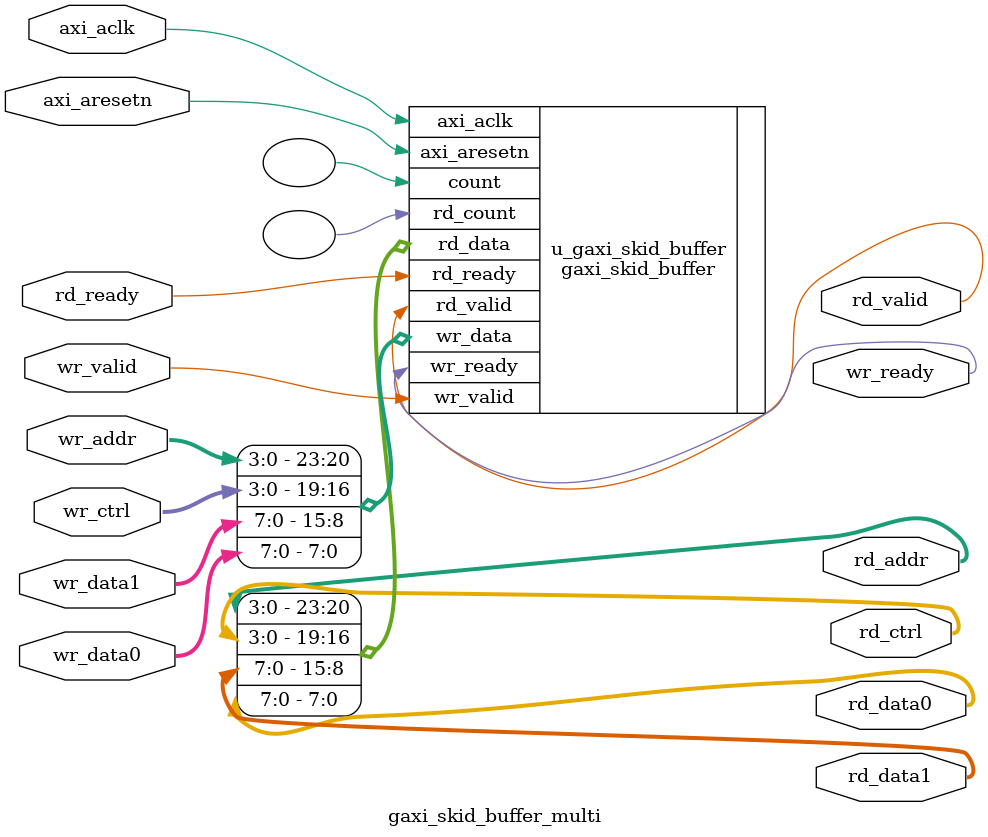
<source format=sv>

module gaxi_skid_buffer_multi #(
    parameter integer ADDR_WIDTH = 4,
    parameter integer CTRL_WIDTH = 4,
    parameter integer DATA_WIDTH = 8,
    parameter integer DEPTH = 2,
    parameter integer AW = ADDR_WIDTH,
    parameter integer CW = CTRL_WIDTH,
    parameter integer DW = DATA_WIDTH
)(
    input  logic                axi_aclk,
    input  logic                axi_aresetn,
    // Write channel
    input  logic                wr_valid,
    output logic                wr_ready,
    input  logic [AW-1:0]       wr_addr,
    input  logic [CW-1:0]       wr_ctrl,
    input  logic [DW-1:0]       wr_data0,
    input  logic [DW-1:0]       wr_data1,
    // Read channel
    output logic                rd_valid,
    input  logic                rd_ready,
    output logic [AW-1:0]       rd_addr,
    output logic [CW-1:0]       rd_ctrl,
    output logic [DW-1:0]       rd_data0,
    output logic [DW-1:0]       rd_data1
);

    // Instantiate the original skid buffer
    gaxi_skid_buffer #(.DATA_WIDTH(AW+CW+DW+DW), .DEPTH(DEPTH)) u_gaxi_skid_buffer (
        .axi_aclk    (axi_aclk),
        .axi_aresetn (axi_aresetn),
        .wr_valid    (wr_valid),
        .wr_ready    (wr_ready),
        .wr_data     ({wr_addr, wr_ctrl, wr_data1, wr_data0}),
        .rd_valid    (rd_valid),
        .rd_ready    (rd_ready),
        .rd_data     ({rd_addr, rd_ctrl, rd_data1, rd_data0}),
        .count      (),
        .rd_count    ()
    );

endmodule : gaxi_skid_buffer_multi

</source>
